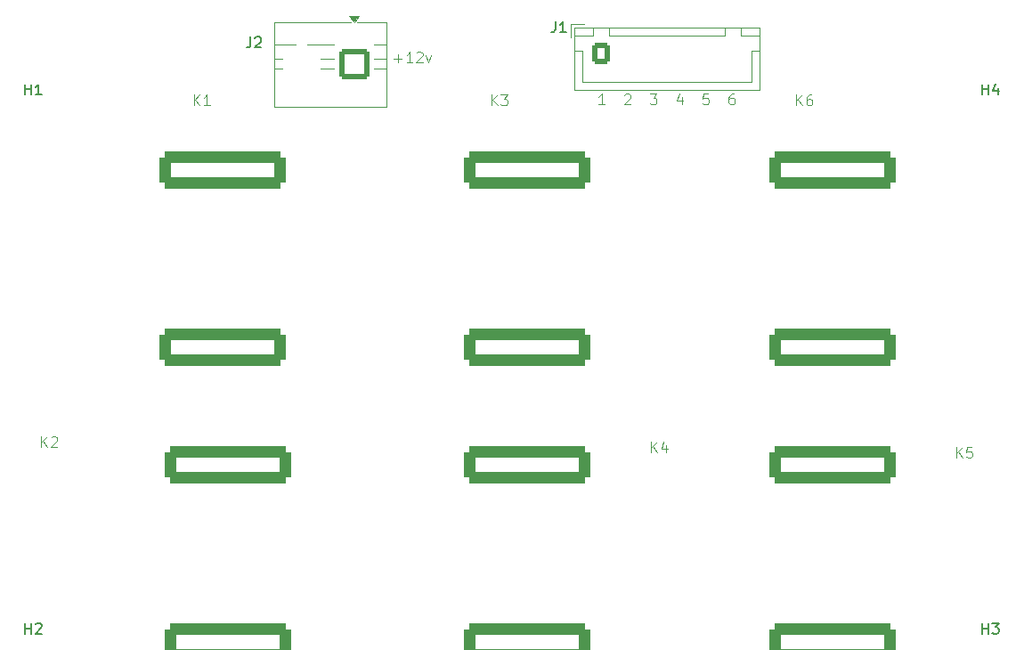
<source format=gbr>
%TF.GenerationSoftware,KiCad,Pcbnew,9.0.3*%
%TF.CreationDate,2026-02-15T20:10:58-06:00*%
%TF.ProjectId,relay board,72656c61-7920-4626-9f61-72642e6b6963,rev?*%
%TF.SameCoordinates,Original*%
%TF.FileFunction,Legend,Top*%
%TF.FilePolarity,Positive*%
%FSLAX46Y46*%
G04 Gerber Fmt 4.6, Leading zero omitted, Abs format (unit mm)*
G04 Created by KiCad (PCBNEW 9.0.3) date 2026-02-15 20:10:58*
%MOMM*%
%LPD*%
G01*
G04 APERTURE LIST*
G04 Aperture macros list*
%AMRoundRect*
0 Rectangle with rounded corners*
0 $1 Rounding radius*
0 $2 $3 $4 $5 $6 $7 $8 $9 X,Y pos of 4 corners*
0 Add a 4 corners polygon primitive as box body*
4,1,4,$2,$3,$4,$5,$6,$7,$8,$9,$2,$3,0*
0 Add four circle primitives for the rounded corners*
1,1,$1+$1,$2,$3*
1,1,$1+$1,$4,$5*
1,1,$1+$1,$6,$7*
1,1,$1+$1,$8,$9*
0 Add four rect primitives between the rounded corners*
20,1,$1+$1,$2,$3,$4,$5,0*
20,1,$1+$1,$4,$5,$6,$7,0*
20,1,$1+$1,$6,$7,$8,$9,0*
20,1,$1+$1,$8,$9,$2,$3,0*%
G04 Aperture macros list end*
%ADD10C,0.100000*%
%ADD11C,0.150000*%
%ADD12C,0.120000*%
%ADD13RoundRect,0.250000X-0.600000X-0.725000X0.600000X-0.725000X0.600000X0.725000X-0.600000X0.725000X0*%
%ADD14O,1.700000X1.950000*%
%ADD15C,3.200000*%
%ADD16RoundRect,0.250001X1.149999X1.149999X-1.149999X1.149999X-1.149999X-1.149999X1.149999X-1.149999X0*%
%ADD17C,2.800000*%
%ADD18RoundRect,0.525000X-5.475000X-1.225000X5.475000X-1.225000X5.475000X1.225000X-5.475000X1.225000X0*%
G04 APERTURE END LIST*
D10*
X148303884Y-21491466D02*
X149065789Y-21491466D01*
X148684836Y-21872419D02*
X148684836Y-21110514D01*
X150065788Y-21872419D02*
X149494360Y-21872419D01*
X149780074Y-21872419D02*
X149780074Y-20872419D01*
X149780074Y-20872419D02*
X149684836Y-21015276D01*
X149684836Y-21015276D02*
X149589598Y-21110514D01*
X149589598Y-21110514D02*
X149494360Y-21158133D01*
X150446741Y-20967657D02*
X150494360Y-20920038D01*
X150494360Y-20920038D02*
X150589598Y-20872419D01*
X150589598Y-20872419D02*
X150827693Y-20872419D01*
X150827693Y-20872419D02*
X150922931Y-20920038D01*
X150922931Y-20920038D02*
X150970550Y-20967657D01*
X150970550Y-20967657D02*
X151018169Y-21062895D01*
X151018169Y-21062895D02*
X151018169Y-21158133D01*
X151018169Y-21158133D02*
X150970550Y-21300990D01*
X150970550Y-21300990D02*
X150399122Y-21872419D01*
X150399122Y-21872419D02*
X151018169Y-21872419D01*
X151351503Y-21205752D02*
X151589598Y-21872419D01*
X151589598Y-21872419D02*
X151827693Y-21205752D01*
X168327693Y-25872419D02*
X167756265Y-25872419D01*
X168041979Y-25872419D02*
X168041979Y-24872419D01*
X168041979Y-24872419D02*
X167946741Y-25015276D01*
X167946741Y-25015276D02*
X167851503Y-25110514D01*
X167851503Y-25110514D02*
X167756265Y-25158133D01*
X170232456Y-24967657D02*
X170280075Y-24920038D01*
X170280075Y-24920038D02*
X170375313Y-24872419D01*
X170375313Y-24872419D02*
X170613408Y-24872419D01*
X170613408Y-24872419D02*
X170708646Y-24920038D01*
X170708646Y-24920038D02*
X170756265Y-24967657D01*
X170756265Y-24967657D02*
X170803884Y-25062895D01*
X170803884Y-25062895D02*
X170803884Y-25158133D01*
X170803884Y-25158133D02*
X170756265Y-25300990D01*
X170756265Y-25300990D02*
X170184837Y-25872419D01*
X170184837Y-25872419D02*
X170803884Y-25872419D01*
X172661028Y-24872419D02*
X173280075Y-24872419D01*
X173280075Y-24872419D02*
X172946742Y-25253371D01*
X172946742Y-25253371D02*
X173089599Y-25253371D01*
X173089599Y-25253371D02*
X173184837Y-25300990D01*
X173184837Y-25300990D02*
X173232456Y-25348609D01*
X173232456Y-25348609D02*
X173280075Y-25443847D01*
X173280075Y-25443847D02*
X173280075Y-25681942D01*
X173280075Y-25681942D02*
X173232456Y-25777180D01*
X173232456Y-25777180D02*
X173184837Y-25824800D01*
X173184837Y-25824800D02*
X173089599Y-25872419D01*
X173089599Y-25872419D02*
X172803885Y-25872419D01*
X172803885Y-25872419D02*
X172708647Y-25824800D01*
X172708647Y-25824800D02*
X172661028Y-25777180D01*
X175661028Y-25205752D02*
X175661028Y-25872419D01*
X175422933Y-24824800D02*
X175184838Y-25539085D01*
X175184838Y-25539085D02*
X175803885Y-25539085D01*
X178184838Y-24872419D02*
X177708648Y-24872419D01*
X177708648Y-24872419D02*
X177661029Y-25348609D01*
X177661029Y-25348609D02*
X177708648Y-25300990D01*
X177708648Y-25300990D02*
X177803886Y-25253371D01*
X177803886Y-25253371D02*
X178041981Y-25253371D01*
X178041981Y-25253371D02*
X178137219Y-25300990D01*
X178137219Y-25300990D02*
X178184838Y-25348609D01*
X178184838Y-25348609D02*
X178232457Y-25443847D01*
X178232457Y-25443847D02*
X178232457Y-25681942D01*
X178232457Y-25681942D02*
X178184838Y-25777180D01*
X178184838Y-25777180D02*
X178137219Y-25824800D01*
X178137219Y-25824800D02*
X178041981Y-25872419D01*
X178041981Y-25872419D02*
X177803886Y-25872419D01*
X177803886Y-25872419D02*
X177708648Y-25824800D01*
X177708648Y-25824800D02*
X177661029Y-25777180D01*
X180613410Y-24872419D02*
X180422934Y-24872419D01*
X180422934Y-24872419D02*
X180327696Y-24920038D01*
X180327696Y-24920038D02*
X180280077Y-24967657D01*
X180280077Y-24967657D02*
X180184839Y-25110514D01*
X180184839Y-25110514D02*
X180137220Y-25300990D01*
X180137220Y-25300990D02*
X180137220Y-25681942D01*
X180137220Y-25681942D02*
X180184839Y-25777180D01*
X180184839Y-25777180D02*
X180232458Y-25824800D01*
X180232458Y-25824800D02*
X180327696Y-25872419D01*
X180327696Y-25872419D02*
X180518172Y-25872419D01*
X180518172Y-25872419D02*
X180613410Y-25824800D01*
X180613410Y-25824800D02*
X180661029Y-25777180D01*
X180661029Y-25777180D02*
X180708648Y-25681942D01*
X180708648Y-25681942D02*
X180708648Y-25443847D01*
X180708648Y-25443847D02*
X180661029Y-25348609D01*
X180661029Y-25348609D02*
X180613410Y-25300990D01*
X180613410Y-25300990D02*
X180518172Y-25253371D01*
X180518172Y-25253371D02*
X180327696Y-25253371D01*
X180327696Y-25253371D02*
X180232458Y-25300990D01*
X180232458Y-25300990D02*
X180184839Y-25348609D01*
X180184839Y-25348609D02*
X180137220Y-25443847D01*
D11*
X163666666Y-18004819D02*
X163666666Y-18719104D01*
X163666666Y-18719104D02*
X163619047Y-18861961D01*
X163619047Y-18861961D02*
X163523809Y-18957200D01*
X163523809Y-18957200D02*
X163380952Y-19004819D01*
X163380952Y-19004819D02*
X163285714Y-19004819D01*
X164666666Y-19004819D02*
X164095238Y-19004819D01*
X164380952Y-19004819D02*
X164380952Y-18004819D01*
X164380952Y-18004819D02*
X164285714Y-18147676D01*
X164285714Y-18147676D02*
X164190476Y-18242914D01*
X164190476Y-18242914D02*
X164095238Y-18290533D01*
X113238095Y-24954819D02*
X113238095Y-23954819D01*
X113238095Y-24431009D02*
X113809523Y-24431009D01*
X113809523Y-24954819D02*
X113809523Y-23954819D01*
X114809523Y-24954819D02*
X114238095Y-24954819D01*
X114523809Y-24954819D02*
X114523809Y-23954819D01*
X114523809Y-23954819D02*
X114428571Y-24097676D01*
X114428571Y-24097676D02*
X114333333Y-24192914D01*
X114333333Y-24192914D02*
X114238095Y-24240533D01*
X204238095Y-24954819D02*
X204238095Y-23954819D01*
X204238095Y-24431009D02*
X204809523Y-24431009D01*
X204809523Y-24954819D02*
X204809523Y-23954819D01*
X205714285Y-24288152D02*
X205714285Y-24954819D01*
X205476190Y-23907200D02*
X205238095Y-24621485D01*
X205238095Y-24621485D02*
X205857142Y-24621485D01*
X204238095Y-76204819D02*
X204238095Y-75204819D01*
X204238095Y-75681009D02*
X204809523Y-75681009D01*
X204809523Y-76204819D02*
X204809523Y-75204819D01*
X205190476Y-75204819D02*
X205809523Y-75204819D01*
X205809523Y-75204819D02*
X205476190Y-75585771D01*
X205476190Y-75585771D02*
X205619047Y-75585771D01*
X205619047Y-75585771D02*
X205714285Y-75633390D01*
X205714285Y-75633390D02*
X205761904Y-75681009D01*
X205761904Y-75681009D02*
X205809523Y-75776247D01*
X205809523Y-75776247D02*
X205809523Y-76014342D01*
X205809523Y-76014342D02*
X205761904Y-76109580D01*
X205761904Y-76109580D02*
X205714285Y-76157200D01*
X205714285Y-76157200D02*
X205619047Y-76204819D01*
X205619047Y-76204819D02*
X205333333Y-76204819D01*
X205333333Y-76204819D02*
X205238095Y-76157200D01*
X205238095Y-76157200D02*
X205190476Y-76109580D01*
X113238095Y-76204819D02*
X113238095Y-75204819D01*
X113238095Y-75681009D02*
X113809523Y-75681009D01*
X113809523Y-76204819D02*
X113809523Y-75204819D01*
X114238095Y-75300057D02*
X114285714Y-75252438D01*
X114285714Y-75252438D02*
X114380952Y-75204819D01*
X114380952Y-75204819D02*
X114619047Y-75204819D01*
X114619047Y-75204819D02*
X114714285Y-75252438D01*
X114714285Y-75252438D02*
X114761904Y-75300057D01*
X114761904Y-75300057D02*
X114809523Y-75395295D01*
X114809523Y-75395295D02*
X114809523Y-75490533D01*
X114809523Y-75490533D02*
X114761904Y-75633390D01*
X114761904Y-75633390D02*
X114190476Y-76204819D01*
X114190476Y-76204819D02*
X114809523Y-76204819D01*
X134666666Y-19454819D02*
X134666666Y-20169104D01*
X134666666Y-20169104D02*
X134619047Y-20311961D01*
X134619047Y-20311961D02*
X134523809Y-20407200D01*
X134523809Y-20407200D02*
X134380952Y-20454819D01*
X134380952Y-20454819D02*
X134285714Y-20454819D01*
X135095238Y-19550057D02*
X135142857Y-19502438D01*
X135142857Y-19502438D02*
X135238095Y-19454819D01*
X135238095Y-19454819D02*
X135476190Y-19454819D01*
X135476190Y-19454819D02*
X135571428Y-19502438D01*
X135571428Y-19502438D02*
X135619047Y-19550057D01*
X135619047Y-19550057D02*
X135666666Y-19645295D01*
X135666666Y-19645295D02*
X135666666Y-19740533D01*
X135666666Y-19740533D02*
X135619047Y-19883390D01*
X135619047Y-19883390D02*
X135047619Y-20454819D01*
X135047619Y-20454819D02*
X135666666Y-20454819D01*
D10*
X114761905Y-58457419D02*
X114761905Y-57457419D01*
X115333333Y-58457419D02*
X114904762Y-57885990D01*
X115333333Y-57457419D02*
X114761905Y-58028847D01*
X115714286Y-57552657D02*
X115761905Y-57505038D01*
X115761905Y-57505038D02*
X115857143Y-57457419D01*
X115857143Y-57457419D02*
X116095238Y-57457419D01*
X116095238Y-57457419D02*
X116190476Y-57505038D01*
X116190476Y-57505038D02*
X116238095Y-57552657D01*
X116238095Y-57552657D02*
X116285714Y-57647895D01*
X116285714Y-57647895D02*
X116285714Y-57743133D01*
X116285714Y-57743133D02*
X116238095Y-57885990D01*
X116238095Y-57885990D02*
X115666667Y-58457419D01*
X115666667Y-58457419D02*
X116285714Y-58457419D01*
X172761905Y-58957419D02*
X172761905Y-57957419D01*
X173333333Y-58957419D02*
X172904762Y-58385990D01*
X173333333Y-57957419D02*
X172761905Y-58528847D01*
X174190476Y-58290752D02*
X174190476Y-58957419D01*
X173952381Y-57909800D02*
X173714286Y-58624085D01*
X173714286Y-58624085D02*
X174333333Y-58624085D01*
X129261905Y-25957419D02*
X129261905Y-24957419D01*
X129833333Y-25957419D02*
X129404762Y-25385990D01*
X129833333Y-24957419D02*
X129261905Y-25528847D01*
X130785714Y-25957419D02*
X130214286Y-25957419D01*
X130500000Y-25957419D02*
X130500000Y-24957419D01*
X130500000Y-24957419D02*
X130404762Y-25100276D01*
X130404762Y-25100276D02*
X130309524Y-25195514D01*
X130309524Y-25195514D02*
X130214286Y-25243133D01*
X157561905Y-25957419D02*
X157561905Y-24957419D01*
X158133333Y-25957419D02*
X157704762Y-25385990D01*
X158133333Y-24957419D02*
X157561905Y-25528847D01*
X158466667Y-24957419D02*
X159085714Y-24957419D01*
X159085714Y-24957419D02*
X158752381Y-25338371D01*
X158752381Y-25338371D02*
X158895238Y-25338371D01*
X158895238Y-25338371D02*
X158990476Y-25385990D01*
X158990476Y-25385990D02*
X159038095Y-25433609D01*
X159038095Y-25433609D02*
X159085714Y-25528847D01*
X159085714Y-25528847D02*
X159085714Y-25766942D01*
X159085714Y-25766942D02*
X159038095Y-25862180D01*
X159038095Y-25862180D02*
X158990476Y-25909800D01*
X158990476Y-25909800D02*
X158895238Y-25957419D01*
X158895238Y-25957419D02*
X158609524Y-25957419D01*
X158609524Y-25957419D02*
X158514286Y-25909800D01*
X158514286Y-25909800D02*
X158466667Y-25862180D01*
X201761905Y-59457419D02*
X201761905Y-58457419D01*
X202333333Y-59457419D02*
X201904762Y-58885990D01*
X202333333Y-58457419D02*
X201761905Y-59028847D01*
X203238095Y-58457419D02*
X202761905Y-58457419D01*
X202761905Y-58457419D02*
X202714286Y-58933609D01*
X202714286Y-58933609D02*
X202761905Y-58885990D01*
X202761905Y-58885990D02*
X202857143Y-58838371D01*
X202857143Y-58838371D02*
X203095238Y-58838371D01*
X203095238Y-58838371D02*
X203190476Y-58885990D01*
X203190476Y-58885990D02*
X203238095Y-58933609D01*
X203238095Y-58933609D02*
X203285714Y-59028847D01*
X203285714Y-59028847D02*
X203285714Y-59266942D01*
X203285714Y-59266942D02*
X203238095Y-59362180D01*
X203238095Y-59362180D02*
X203190476Y-59409800D01*
X203190476Y-59409800D02*
X203095238Y-59457419D01*
X203095238Y-59457419D02*
X202857143Y-59457419D01*
X202857143Y-59457419D02*
X202761905Y-59409800D01*
X202761905Y-59409800D02*
X202714286Y-59362180D01*
X186561905Y-25957419D02*
X186561905Y-24957419D01*
X187133333Y-25957419D02*
X186704762Y-25385990D01*
X187133333Y-24957419D02*
X186561905Y-25528847D01*
X187990476Y-24957419D02*
X187800000Y-24957419D01*
X187800000Y-24957419D02*
X187704762Y-25005038D01*
X187704762Y-25005038D02*
X187657143Y-25052657D01*
X187657143Y-25052657D02*
X187561905Y-25195514D01*
X187561905Y-25195514D02*
X187514286Y-25385990D01*
X187514286Y-25385990D02*
X187514286Y-25766942D01*
X187514286Y-25766942D02*
X187561905Y-25862180D01*
X187561905Y-25862180D02*
X187609524Y-25909800D01*
X187609524Y-25909800D02*
X187704762Y-25957419D01*
X187704762Y-25957419D02*
X187895238Y-25957419D01*
X187895238Y-25957419D02*
X187990476Y-25909800D01*
X187990476Y-25909800D02*
X188038095Y-25862180D01*
X188038095Y-25862180D02*
X188085714Y-25766942D01*
X188085714Y-25766942D02*
X188085714Y-25528847D01*
X188085714Y-25528847D02*
X188038095Y-25433609D01*
X188038095Y-25433609D02*
X187990476Y-25385990D01*
X187990476Y-25385990D02*
X187895238Y-25338371D01*
X187895238Y-25338371D02*
X187704762Y-25338371D01*
X187704762Y-25338371D02*
X187609524Y-25385990D01*
X187609524Y-25385990D02*
X187561905Y-25433609D01*
X187561905Y-25433609D02*
X187514286Y-25528847D01*
D12*
%TO.C,J1*%
X165150000Y-18250000D02*
X165150000Y-19500000D01*
X165440000Y-18540000D02*
X165440000Y-24510000D01*
X165440000Y-24510000D02*
X183060000Y-24510000D01*
X165450000Y-18550000D02*
X165450000Y-19300000D01*
X165450000Y-19300000D02*
X167250000Y-19300000D01*
X165450000Y-20800000D02*
X166200000Y-20800000D01*
X166200000Y-20800000D02*
X166200000Y-23750000D01*
X166200000Y-23750000D02*
X174250000Y-23750000D01*
X166400000Y-18250000D02*
X165150000Y-18250000D01*
X167250000Y-18550000D02*
X165450000Y-18550000D01*
X167250000Y-19300000D02*
X167250000Y-18550000D01*
X168750000Y-18550000D02*
X168750000Y-19300000D01*
X168750000Y-19300000D02*
X179750000Y-19300000D01*
X179750000Y-18550000D02*
X168750000Y-18550000D01*
X179750000Y-19300000D02*
X179750000Y-18550000D01*
X181250000Y-18550000D02*
X181250000Y-19300000D01*
X181250000Y-19300000D02*
X183050000Y-19300000D01*
X182300000Y-20800000D02*
X182300000Y-23750000D01*
X182300000Y-23750000D02*
X174250000Y-23750000D01*
X183050000Y-18550000D02*
X181250000Y-18550000D01*
X183050000Y-19300000D02*
X183050000Y-18550000D01*
X183050000Y-20800000D02*
X182300000Y-20800000D01*
X183060000Y-18540000D02*
X165440000Y-18540000D01*
X183060000Y-24510000D02*
X183060000Y-18540000D01*
%TO.C,J2*%
X147620000Y-26120000D02*
X136880000Y-26120000D01*
X147620000Y-22500000D02*
X146380000Y-22500000D01*
X147620000Y-21500000D02*
X146380000Y-21500000D01*
X147620000Y-20200000D02*
X146380000Y-20200000D01*
X147620000Y-18080000D02*
X147620000Y-26120000D01*
X144800000Y-18080000D02*
X147620000Y-18080000D01*
X142620000Y-22500000D02*
X141312000Y-22500000D01*
X142620000Y-21500000D02*
X141312000Y-21500000D01*
X142620000Y-20200000D02*
X140043000Y-20200000D01*
X138957000Y-20200000D02*
X136880000Y-20200000D01*
X137688000Y-22500000D02*
X136880000Y-22500000D01*
X137688000Y-21500000D02*
X136880000Y-21500000D01*
X136880000Y-26120000D02*
X136880000Y-18080000D01*
X136880000Y-18080000D02*
X144200000Y-18080000D01*
X144500000Y-18080000D02*
X144060000Y-17470000D01*
X144940000Y-17470000D01*
X144500000Y-18080000D01*
G36*
X144500000Y-18080000D02*
G01*
X144060000Y-17470000D01*
X144940000Y-17470000D01*
X144500000Y-18080000D01*
G37*
%TD*%
%LPC*%
D13*
%TO.C,J1*%
X168000000Y-21000000D03*
D14*
X170500000Y-21000000D03*
X173000000Y-21000000D03*
X175500000Y-21000000D03*
X178000000Y-21000000D03*
X180500000Y-21000000D03*
%TD*%
D15*
%TO.C,H1*%
X114000000Y-20500000D03*
%TD*%
%TO.C,H4*%
X205000000Y-20500000D03*
%TD*%
%TO.C,H3*%
X205000000Y-79500000D03*
%TD*%
%TO.C,H2*%
X114000000Y-79500000D03*
%TD*%
D16*
%TO.C,J2*%
X144500000Y-22000000D03*
D17*
X139500000Y-22000000D03*
%TD*%
D18*
%TO.C,K2*%
X132500000Y-77000000D03*
X132500000Y-60125000D03*
%TD*%
%TO.C,K4*%
X161000000Y-77000000D03*
X161000000Y-60125000D03*
%TD*%
%TO.C,K1*%
X132000000Y-49000000D03*
X132000000Y-32125000D03*
%TD*%
%TO.C,K3*%
X161000000Y-49000000D03*
X161000000Y-32125000D03*
%TD*%
%TO.C,K5*%
X190000000Y-77000000D03*
X190000000Y-60125000D03*
%TD*%
%TO.C,K6*%
X190000000Y-49000000D03*
X190000000Y-32125000D03*
%TD*%
%LPD*%
M02*

</source>
